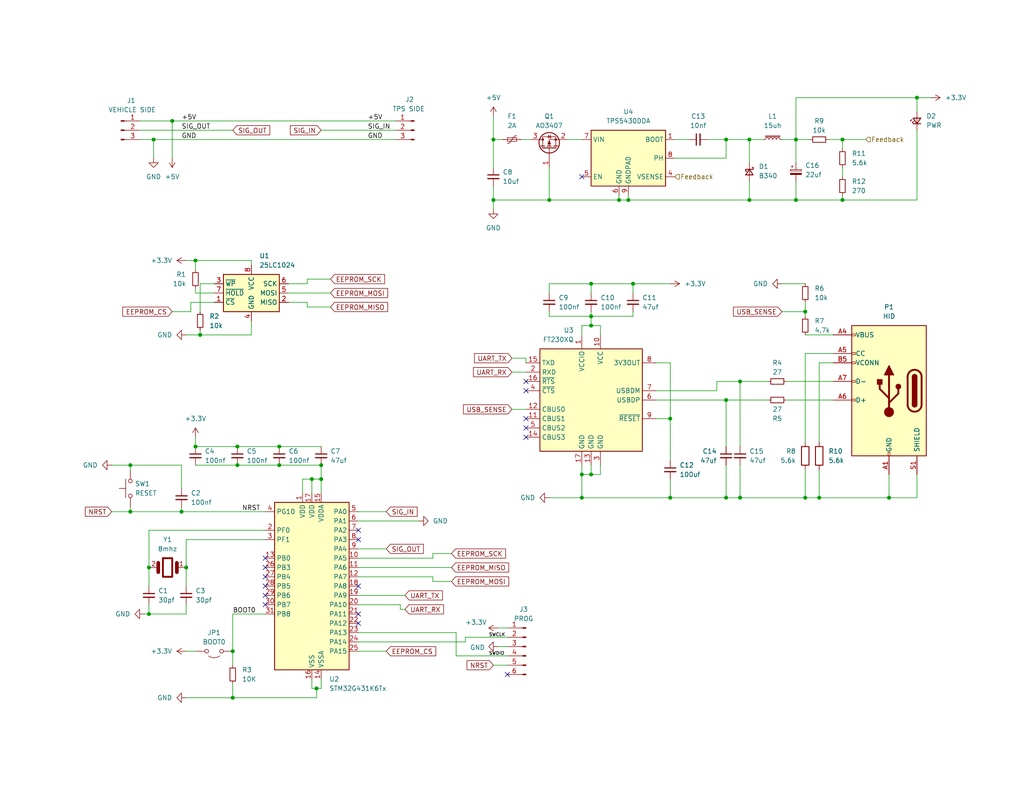
<source format=kicad_sch>
(kicad_sch (version 20231120) (generator "eeschema") (generator_version "8.0")
  (paper "USLetter")
  (title_block (title "Cable TPS Calibration System") (date "2025-05-29") (rev "R00") (company "R.U.I"))
  (lib_symbols
    (symbol "Connector:Conn_01x03_Pin" (pin_names (offset 1.016) hide)
      (property "Reference" "J" (at 0 5.08 0))
      (property "Value" "Conn_01x03_Pin" (at 0 -5.08 0))
      (symbol "Conn_01x03_Pin_1_1"
        (pin passive line (at 5.08 2.54 180) (length 3.81) (name "Pin_1") (number "1"))
        (pin passive line (at 5.08 0 180) (length 3.81) (name "Pin_2") (number "2"))
        (pin passive line (at 5.08 -2.54 180) (length 3.81) (name "Pin_3") (number "3"))
      )
    )
    (symbol "Connector:Conn_01x06_Pin" (pin_names (offset 1.016) hide)
      (property "Reference" "J" (at 0 7.62 0))
      (property "Value" "Conn_01x06_Pin" (at 0 -10.16 0))
      (symbol "Conn_01x06_Pin_1_1"
        (pin passive line (at 5.08 5.08 180) (length 3.81) (name "Pin_1") (number "1"))
        (pin passive line (at 5.08 2.54 180) (length 3.81) (name "Pin_2") (number "2"))
        (pin passive line (at 5.08 0 180) (length 3.81) (name "Pin_3") (number "3"))
        (pin passive line (at 5.08 -2.54 180) (length 3.81) (name "Pin_4") (number "4"))
        (pin passive line (at 5.08 -5.08 180) (length 3.81) (name "Pin_5") (number "5"))
        (pin passive line (at 5.08 -7.62 180) (length 3.81) (name "Pin_6") (number "6"))
      )
    )
    (symbol "Connector:USB_C_Plug_USB2.0" (pin_names (offset 1.016))
      (property "Reference" "P" (at -10.16 19.05 0))
      (property "Value" "USB_C_Plug_USB2.0" (at 12.7 19.05 0))
      (symbol "USB_C_Plug_USB2.0_1_1"
        (pin passive line (at 0 -22.86 90) (length 5.08) (name "GND") (number "A1"))
        (pin passive line (at 0 -22.86 90) (length 5.08) hide (name "GND") (number "A12"))
        (pin passive line (at 15.24 15.24 180) (length 5.08) (name "VBUS") (number "A4"))
        (pin bidirectional line (at 15.24 10.16 180) (length 5.08) (name "CC") (number "A5"))
        (pin bidirectional line (at 15.24 -2.54 180) (length 5.08) (name "D+") (number "A6"))
        (pin bidirectional line (at 15.24 2.54 180) (length 5.08) (name "D-") (number "A7"))
        (pin passive line (at 15.24 15.24 180) (length 5.08) hide (name "VBUS") (number "A9"))
        (pin passive line (at 0 -22.86 90) (length 5.08) hide (name "GND") (number "B1"))
        (pin passive line (at 0 -22.86 90) (length 5.08) hide (name "GND") (number "B12"))
        (pin passive line (at 15.24 15.24 180) (length 5.08) hide (name "VBUS") (number "B4"))
        (pin bidirectional line (at 15.24 7.62 180) (length 5.08) (name "VCONN") (number "B5"))
        (pin passive line (at 15.24 15.24 180) (length 5.08) hide (name "VBUS") (number "B9"))
        (pin passive line (at -7.62 -22.86 90) (length 5.08) (name "SHIELD") (number "S1"))
      )
    )
    (symbol "Device:C_Polarized_Small" (pin_numbers hide) (pin_names (offset 0.254) hide)
      (property "Reference" "C" (at 0.254 1.778 0))
      (property "Value" "C_Polarized_Small" (at 0.254 -2.032 0))
      (symbol "C_Polarized_Small_1_1"
        (pin passive line (at 0 2.54 270) (length 1.8542) (name "~") (number "1"))
        (pin passive line (at 0 -2.54 90) (length 1.8542) (name "~") (number "2"))
      )
    )
    (symbol "Device:C_Small" (pin_numbers hide) (pin_names (offset 0.254) hide)
      (property "Reference" "C" (at 0.254 1.778 0))
      (property "Value" "C_Small" (at 0.254 -2.032 0))
      (symbol "C_Small_1_1"
        (pin passive line (at 0 2.54 270) (length 2.032) (name "~") (number "1"))
        (pin passive line (at 0 -2.54 90) (length 2.032) (name "~") (number "2"))
      )
    )
    (symbol "Device:D_Schottky_Small" (pin_numbers hide) (pin_names (offset 0.254) hide)
      (property "Reference" "D" (at -1.27 2.032 0))
      (property "Value" "D_Schottky_Small" (at -7.112 -2.032 0))
      (symbol "D_Schottky_Small_1_1"
        (pin passive line (at -2.54 0 0) (length 1.778) (name "K") (number "1"))
        (pin passive line (at 2.54 0 180) (length 1.778) (name "A") (number "2"))
      )
    )
    (symbol "Device:LED_Small" (pin_numbers hide) (pin_names (offset 0.254) hide)
      (property "Reference" "D" (at -1.27 3.175 0))
      (property "Value" "LED_Small" (at -4.445 -2.54 0))
      (symbol "LED_Small_1_1"
        (pin passive line (at -2.54 0 0) (length 1.778) (name "K") (number "1"))
        (pin passive line (at 2.54 0 180) (length 1.778) (name "A") (number "2"))
      )
    )
    (symbol "Device:L_Iron_Small" (pin_numbers hide) (pin_names (offset 0.254) hide)
      (property "Reference" "L" (at 1.27 1.016 0))
      (property "Value" "L_Iron_Small" (at 1.27 -1.27 0))
      (symbol "L_Iron_Small_1_1"
        (pin passive line (at 0 2.54 270) (length 0.508) (name "~") (number "1"))
        (pin passive line (at 0 -2.54 90) (length 0.508) (name "~") (number "2"))
      )
    )
    (symbol "Device:Polyfuse_Small" (pin_numbers hide) (pin_names (offset 0))
      (property "Reference" "F" (at -1.905 0 90))
      (property "Value" "Polyfuse_Small" (at 1.905 0 90))
      (symbol "Polyfuse_Small_1_1"
        (pin passive line (at 0 2.54 270) (length 0.635) (name "~") (number "1"))
        (pin passive line (at 0 -2.54 90) (length 0.635) (name "~") (number "2"))
      )
    )
    (symbol "Device:R" (pin_numbers hide) (pin_names (offset 0))
      (property "Reference" "R" (at 2.032 0 90))
      (property "Value" "R" (at 0 0 90))
      (symbol "R_1_1"
        (pin passive line (at 0 3.81 270) (length 1.27) (name "~") (number "1"))
        (pin passive line (at 0 -3.81 90) (length 1.27) (name "~") (number "2"))
      )
    )
    (symbol "Device:R_Small" (pin_numbers hide) (pin_names (offset 0.254) hide)
      (property "Reference" "R" (at 0.762 0.508 0))
      (property "Value" "R_Small" (at 0.762 -1.016 0))
      (symbol "R_Small_1_1"
        (pin passive line (at 0 2.54 270) (length 0.762) (name "~") (number "1"))
        (pin passive line (at 0 -2.54 90) (length 0.762) (name "~") (number "2"))
      )
    )
    (symbol "Interface_USB:FT230XQ"
      (property "Reference" "U" (at -13.97 15.24 0))
      (property "Value" "FT230XQ" (at 7.62 15.24 0))
      (symbol "FT230XQ_1_1"
        (pin power_in line (at 2.54 17.78 270) (length 3.81) (name "VCCIO") (number "1"))
        (pin power_in line (at -2.54 17.78 270) (length 3.81) (name "VCC") (number "10"))
        (pin bidirectional line (at 17.78 -5.08 180) (length 3.81) (name "CBUS1") (number "11"))
        (pin bidirectional line (at 17.78 -2.54 180) (length 3.81) (name "CBUS0") (number "12"))
        (pin power_in line (at 0 -17.78 90) (length 3.81) (name "GND") (number "13"))
        (pin bidirectional line (at 17.78 -10.16 180) (length 3.81) (name "CBUS3") (number "14"))
        (pin output line (at 17.78 10.16 180) (length 3.81) (name "TXD") (number "15"))
        (pin output line (at 17.78 5.08 180) (length 3.81) (name "~{RTS}") (number "16"))
        (pin power_in line (at 2.54 -17.78 90) (length 3.81) (name "GND") (number "17"))
        (pin input line (at 17.78 7.62 180) (length 3.81) (name "RXD") (number "2"))
        (pin power_in line (at -2.54 -17.78 90) (length 3.81) (name "GND") (number "3"))
        (pin input line (at 17.78 2.54 180) (length 3.81) (name "~{CTS}") (number "4"))
        (pin bidirectional line (at 17.78 -7.62 180) (length 3.81) (name "CBUS2") (number "5"))
        (pin bidirectional line (at -17.78 0 0) (length 3.81) (name "USBDP") (number "6"))
        (pin bidirectional line (at -17.78 2.54 0) (length 3.81) (name "USBDM") (number "7"))
        (pin power_out line (at -17.78 10.16 0) (length 3.81) (name "3V3OUT") (number "8"))
        (pin input line (at -17.78 -5.08 0) (length 3.81) (name "~{RESET}") (number "9"))
      )
    )
    (symbol "Jumper:Jumper_2_Open" (pin_numbers hide) (pin_names (offset 0) hide) (exclude_from_sim yes)
      (property "Reference" "JP" (at 0 2.794 0))
      (property "Value" "Jumper_2_Open" (at 0 -2.286 0))
      (symbol "Jumper_2_Open_1_1"
        (pin passive line (at -5.08 0 0) (length 2.54) (name "A") (number "1"))
        (pin passive line (at 5.08 0 180) (length 2.54) (name "B") (number "2"))
      )
    )
    (symbol "MCU_ST_STM32G4:STM32G431K6Tx"
      (property "Reference" "U" (at -10.16 24.13 0))
      (property "Value" "STM32G431K6Tx" (at 5.08 24.13 0))
      (symbol "STM32G431K6Tx_1_1"
        (pin power_in line (at -2.54 25.4 270) (length 2.54) (name "VDD") (number "1"))
        (pin bidirectional line (at 12.7 7.62 180) (length 2.54) (name "PA5") (number "10"))
        (pin bidirectional line (at 12.7 5.08 180) (length 2.54) (name "PA6") (number "11"))
        (pin bidirectional line (at 12.7 2.54 180) (length 2.54) (name "PA7") (number "12"))
        (pin bidirectional line (at -12.7 7.62 0) (length 2.54) (name "PB0") (number "13"))
        (pin power_in line (at 2.54 -25.4 90) (length 2.54) (name "VSSA") (number "14"))
        (pin power_in line (at 2.54 25.4 270) (length 2.54) (name "VDDA") (number "15"))
        (pin power_in line (at 0 -25.4 90) (length 2.54) (name "VSS") (number "16"))
        (pin power_in line (at 0 25.4 270) (length 2.54) (name "VDD") (number "17"))
        (pin bidirectional line (at 12.7 0 180) (length 2.54) (name "PA8") (number "18"))
        (pin bidirectional line (at 12.7 -2.54 180) (length 2.54) (name "PA9") (number "19"))
        (pin bidirectional line (at -12.7 15.24 0) (length 2.54) (name "PF0") (number "2"))
        (pin bidirectional line (at 12.7 -5.08 180) (length 2.54) (name "PA10") (number "20"))
        (pin bidirectional line (at 12.7 -7.62 180) (length 2.54) (name "PA11") (number "21"))
        (pin bidirectional line (at 12.7 -10.16 180) (length 2.54) (name "PA12") (number "22"))
        (pin bidirectional line (at 12.7 -12.7 180) (length 2.54) (name "PA13") (number "23"))
        (pin bidirectional line (at 12.7 -15.24 180) (length 2.54) (name "PA14") (number "24"))
        (pin bidirectional line (at 12.7 -17.78 180) (length 2.54) (name "PA15") (number "25"))
        (pin bidirectional line (at -12.7 5.08 0) (length 2.54) (name "PB3") (number "26"))
        (pin bidirectional line (at -12.7 2.54 0) (length 2.54) (name "PB4") (number "27"))
        (pin bidirectional line (at -12.7 0 0) (length 2.54) (name "PB5") (number "28"))
        (pin bidirectional line (at -12.7 -2.54 0) (length 2.54) (name "PB6") (number "29"))
        (pin bidirectional line (at -12.7 12.7 0) (length 2.54) (name "PF1") (number "3"))
        (pin bidirectional line (at -12.7 -5.08 0) (length 2.54) (name "PB7") (number "30"))
        (pin bidirectional line (at -12.7 -7.62 0) (length 2.54) (name "PB8") (number "31"))
        (pin passive line (at 0 -25.4 90) (length 2.54) hide (name "VSS") (number "32"))
        (pin bidirectional line (at -12.7 20.32 0) (length 2.54) (name "PG10") (number "4"))
        (pin bidirectional line (at 12.7 20.32 180) (length 2.54) (name "PA0") (number "5"))
        (pin bidirectional line (at 12.7 17.78 180) (length 2.54) (name "PA1") (number "6"))
        (pin bidirectional line (at 12.7 15.24 180) (length 2.54) (name "PA2") (number "7"))
        (pin bidirectional line (at 12.7 12.7 180) (length 2.54) (name "PA3") (number "8"))
        (pin bidirectional line (at 12.7 10.16 180) (length 2.54) (name "PA4") (number "9"))
      )
    )
    (symbol "Memory_EEPROM:25LCxxx"
      (property "Reference" "U" (at -7.62 6.35 0))
      (property "Value" "25LCxxx" (at 2.54 -6.35 0))
      (symbol "25LCxxx_1_1"
        (pin input line (at -10.16 -2.54 0) (length 2.54) (name "~{CS}") (number "1"))
        (pin tri_state line (at 10.16 -2.54 180) (length 2.54) (name "MISO") (number "2"))
        (pin input line (at -10.16 2.54 0) (length 2.54) (name "~{WP}") (number "3"))
        (pin power_in line (at 0 -7.62 90) (length 2.54) (name "GND") (number "4"))
        (pin input line (at 10.16 0 180) (length 2.54) (name "MOSI") (number "5"))
        (pin input line (at 10.16 2.54 180) (length 2.54) (name "SCK") (number "6"))
        (pin input line (at -10.16 0 0) (length 2.54) (name "~{HOLD}") (number "7"))
        (pin power_in line (at 0 7.62 270) (length 2.54) (name "VCC") (number "8"))
      )
    )
    (symbol "PCM_SL_Devices:Crystal_8MHz"
      (property "Reference" "Y" (at 0 7.62 0))
      (property "Value" "Crystal_8MHz" (at 0 5.08 0))
      (symbol "Crystal_8MHz_1_1"
        (pin passive line (at -5.08 0 0) (length 2.54) (name "") (number "1"))
        (pin passive line (at 5.08 0 180) (length 2.54) (name "") (number "2"))
      )
    )
    (symbol "Regulator_Switching:TPS5430DDA"
      (property "Reference" "U" (at -10.16 8.89 0))
      (property "Value" "TPS5430DDA" (at -1.27 8.89 0))
      (symbol "TPS5430DDA_1_1"
        (pin input line (at 12.7 5.08 180) (length 2.54) (name "BOOT") (number "1"))
        (pin no_connect line (at -10.16 2.54 0) (length 2.54) hide (name "NC") (number "2"))
        (pin no_connect line (at -10.16 -2.54 0) (length 2.54) hide (name "NC") (number "3"))
        (pin input line (at 12.7 -5.08 180) (length 2.54) (name "VSENSE") (number "4"))
        (pin input line (at -12.7 -5.08 0) (length 2.54) (name "EN") (number "5"))
        (pin power_in line (at -2.54 -10.16 90) (length 2.54) (name "GND") (number "6"))
        (pin power_in line (at -12.7 5.08 0) (length 2.54) (name "VIN") (number "7"))
        (pin output line (at 12.7 0 180) (length 2.54) (name "PH") (number "8"))
        (pin power_in line (at 0 -10.16 90) (length 2.54) (name "GNDPAD") (number "9"))
      )
    )
    (symbol "Switch:SW_Push" (pin_numbers hide) (pin_names (offset 1.016) hide)
      (property "Reference" "SW" (at 1.27 2.54 0))
      (property "Value" "SW_Push" (at 0 -1.524 0))
      (symbol "SW_Push_0_1"
        (pin passive line (at -5.08 0 0) (length 2.54) (name "1") (number "1"))
        (pin passive line (at 5.08 0 180) (length 2.54) (name "2") (number "2"))
      )
    )
    (symbol "Transistor_FET:AO3401A" (pin_names hide)
      (property "Reference" "Q" (at 5.08 1.905 0))
      (property "Value" "AO3401A" (at 5.08 0 0))
      (symbol "AO3401A_1_1"
        (pin input line (at -5.08 0 0) (length 2.54) (name "G") (number "1"))
        (pin passive line (at 2.54 -5.08 90) (length 2.54) (name "S") (number "2"))
        (pin passive line (at 2.54 5.08 270) (length 2.54) (name "D") (number "3"))
      )
    )
    (symbol "power:+3.3V" (power) (pin_numbers hide) (pin_names (offset 0) hide)
      (property "Value" "+3.3V" (at 0 3.556 0))
      (symbol "+3.3V_1_1"
        (pin power_in line (at 0 0 90) (length 0) (name "~") (number "1"))
      )
    )
    (symbol "power:+5V" (power) (pin_numbers hide) (pin_names (offset 0) hide)
      (property "Value" "+5V" (at 0 3.556 0))
      (symbol "+5V_1_1"
        (pin power_in line (at 0 0 90) (length 0) (name "~") (number "1"))
      )
    )
    (symbol "power:GND" (power) (pin_numbers hide) (pin_names (offset 0) hide)
      (property "Value" "GND" (at 0 -3.81 0))
      (symbol "GND_1_1"
        (pin power_in line (at 0 0 270) (length 0) (name "~") (number "1"))
      )
    )
  )
  (junction (at 250.19 26.67))
  (junction (at 40.64 167.64))
  (junction (at 87.63 130.81))
  (junction (at 204.47 54.61))
  (junction (at 85.09 130.81))
  (junction (at 229.87 54.61))
  (junction (at 158.75 135.89))
  (junction (at 149.86 54.61))
  (junction (at 64.77 121.92))
  (junction (at 201.93 135.89))
  (junction (at 63.5 177.8))
  (junction (at 161.29 88.9))
  (junction (at 134.62 38.1))
  (junction (at 161.29 129.54))
  (junction (at 76.2 127))
  (junction (at 219.71 135.89))
  (junction (at 46.99 33.02))
  (junction (at 198.12 109.22))
  (junction (at 223.52 135.89))
  (junction (at 198.12 38.1))
  (junction (at 53.34 71.12))
  (junction (at 64.77 127))
  (junction (at 35.56 127))
  (junction (at 35.56 139.7))
  (junction (at 158.75 129.54))
  (junction (at 53.34 121.92))
  (junction (at 161.29 77.47))
  (junction (at 229.87 38.1))
  (junction (at 87.63 127))
  (junction (at 217.17 54.61))
  (junction (at 198.12 135.89))
  (junction (at 49.53 139.7))
  (junction (at 86.36 187.96))
  (junction (at 182.88 135.89))
  (junction (at 168.91 54.61))
  (junction (at 217.17 38.1))
  (junction (at 41.91 38.1))
  (junction (at 161.29 86.36))
  (junction (at 76.2 121.92))
  (junction (at 134.62 54.61))
  (junction (at 242.57 135.89))
  (junction (at 54.61 91.44))
  (junction (at 201.93 104.14))
  (junction (at 204.47 38.1))
  (junction (at 171.45 54.61))
  (junction (at 172.72 77.47))
  (junction (at 182.88 114.3))
  (junction (at 50.8 154.94))
  (junction (at 63.5 190.5))
  (junction (at 40.64 154.94))
  (junction (at 219.71 85.09))
  (no_connect (at 97.79 160.02))
  (no_connect (at 97.79 144.78))
  (no_connect (at 72.39 157.48))
  (no_connect (at 138.43 184.15))
  (no_connect (at 72.39 162.56))
  (no_connect (at 97.79 147.32))
  (no_connect (at 143.51 106.68))
  (no_connect (at 143.51 104.14))
  (no_connect (at 72.39 152.4))
  (no_connect (at 72.39 160.02))
  (no_connect (at 72.39 165.1))
  (no_connect (at 158.75 48.26))
  (no_connect (at 143.51 119.38))
  (no_connect (at 97.79 167.64))
  (no_connect (at 143.51 114.3))
  (no_connect (at 72.39 154.94))
  (no_connect (at 143.51 116.84))
  (no_connect (at 97.79 170.18))
  (wire (pts (xy 158.75 127) (xy 158.75 129.54)))
  (wire (pts (xy 52.07 82.55) (xy 58.42 82.55)))
  (wire (pts (xy 109.22 166.37) (xy 109.22 165.1)))
  (wire (pts (xy 134.62 31.75) (xy 134.62 38.1)))
  (wire (pts (xy 50.8 147.32) (xy 50.8 154.94)))
  (wire (pts (xy 50.8 165.1) (xy 50.8 167.64)))
  (wire (pts (xy 201.93 135.89) (xy 219.71 135.89)))
  (wire (pts (xy 195.58 104.14) (xy 201.93 104.14)))
  (wire (pts (xy 63.5 167.64) (xy 63.5 177.8)))
  (wire (pts (xy 54.61 77.47) (xy 54.61 85.09)))
  (wire (pts (xy 250.19 129.54) (xy 250.19 135.89)))
  (wire (pts (xy 201.93 104.14) (xy 201.93 121.92)))
  (wire (pts (xy 58.42 80.01) (xy 53.34 80.01)))
  (wire (pts (xy 217.17 38.1) (xy 217.17 26.67)))
  (wire (pts (xy 38.1 33.02) (xy 46.99 33.02)))
  (wire (pts (xy 149.86 54.61) (xy 134.62 54.61)))
  (wire (pts (xy 83.82 77.47) (xy 78.74 77.47)))
  (wire (pts (xy 223.52 99.06) (xy 223.52 120.65)))
  (wire (pts (xy 161.29 86.36) (xy 172.72 86.36)))
  (wire (pts (xy 40.64 144.78) (xy 72.39 144.78)))
  (wire (pts (xy 163.83 127) (xy 163.83 129.54)))
  (wire (pts (xy 139.7 111.76) (xy 143.51 111.76)))
  (wire (pts (xy 118.11 157.48) (xy 118.11 158.75)))
  (wire (pts (xy 242.57 135.89) (xy 250.19 135.89)))
  (wire (pts (xy 53.34 121.92) (xy 64.77 121.92)))
  (wire (pts (xy 134.62 38.1) (xy 134.62 45.72)))
  (wire (pts (xy 97.79 172.72) (xy 124.46 172.72)))
  (wire (pts (xy 198.12 135.89) (xy 201.93 135.89)))
  (wire (pts (xy 97.79 162.56) (xy 110.49 162.56)))
  (wire (pts (xy 63.5 186.69) (xy 63.5 190.5)))
  (wire (pts (xy 198.12 38.1) (xy 204.47 38.1)))
  (wire (pts (xy 229.87 38.1) (xy 229.87 40.64)))
  (wire (pts (xy 217.17 26.67) (xy 250.19 26.67)))
  (wire (pts (xy 127 175.26) (xy 127 173.99)))
  (wire (pts (xy 209.55 104.14) (xy 201.93 104.14)))
  (wire (pts (xy 201.93 127) (xy 201.93 135.89)))
  (wire (pts (xy 90.17 83.82) (xy 83.82 83.82)))
  (wire (pts (xy 97.79 149.86) (xy 105.41 149.86)))
  (wire (pts (xy 223.52 135.89) (xy 242.57 135.89)))
  (wire (pts (xy 204.47 49.53) (xy 204.47 54.61)))
  (wire (pts (xy 52.07 85.09) (xy 52.07 82.55)))
  (wire (pts (xy 143.51 97.79) (xy 139.7 97.79)))
  (wire (pts (xy 198.12 38.1) (xy 193.04 38.1)))
  (wire (pts (xy 53.34 71.12) (xy 53.34 73.66)))
  (wire (pts (xy 214.63 109.22) (xy 227.33 109.22)))
  (wire (pts (xy 219.71 128.27) (xy 219.71 135.89)))
  (wire (pts (xy 226.06 38.1) (xy 229.87 38.1)))
  (wire (pts (xy 158.75 129.54) (xy 158.75 135.89)))
  (wire (pts (xy 30.48 127) (xy 35.56 127)))
  (wire (pts (xy 109.22 166.37) (xy 110.49 166.37)))
  (wire (pts (xy 135.89 176.53) (xy 138.43 176.53)))
  (wire (pts (xy 223.52 128.27) (xy 223.52 135.89)))
  (wire (pts (xy 68.58 72.39) (xy 68.58 71.12)))
  (wire (pts (xy 149.86 85.09) (xy 149.86 86.36)))
  (wire (pts (xy 219.71 135.89) (xy 223.52 135.89)))
  (wire (pts (xy 142.24 38.1) (xy 144.78 38.1)))
  (wire (pts (xy 50.8 91.44) (xy 54.61 91.44)))
  (wire (pts (xy 182.88 135.89) (xy 198.12 135.89)))
  (wire (pts (xy 163.83 129.54) (xy 161.29 129.54)))
  (wire (pts (xy 63.5 190.5) (xy 86.36 190.5)))
  (wire (pts (xy 143.51 99.06) (xy 143.51 97.79)))
  (wire (pts (xy 179.07 109.22) (xy 198.12 109.22)))
  (wire (pts (xy 64.77 127) (xy 76.2 127)))
  (wire (pts (xy 213.36 38.1) (xy 217.17 38.1)))
  (wire (pts (xy 85.09 130.81) (xy 85.09 134.62)))
  (wire (pts (xy 83.82 82.55) (xy 78.74 82.55)))
  (wire (pts (xy 49.53 139.7) (xy 72.39 139.7)))
  (wire (pts (xy 219.71 82.55) (xy 219.71 85.09)))
  (wire (pts (xy 250.19 26.67) (xy 250.19 30.48)))
  (wire (pts (xy 154.94 38.1) (xy 158.75 38.1)))
  (wire (pts (xy 139.7 101.6) (xy 143.51 101.6)))
  (wire (pts (xy 68.58 71.12) (xy 53.34 71.12)))
  (wire (pts (xy 161.29 85.09) (xy 161.29 86.36)))
  (wire (pts (xy 227.33 96.52) (xy 219.71 96.52)))
  (wire (pts (xy 50.8 147.32) (xy 72.39 147.32)))
  (wire (pts (xy 158.75 135.89) (xy 182.88 135.89)))
  (wire (pts (xy 229.87 53.34) (xy 229.87 54.61)))
  (wire (pts (xy 219.71 85.09) (xy 219.71 86.36)))
  (wire (pts (xy 163.83 88.9) (xy 163.83 91.44)))
  (wire (pts (xy 124.46 172.72) (xy 124.46 179.07)))
  (wire (pts (xy 40.64 144.78) (xy 40.64 154.94)))
  (wire (pts (xy 118.11 152.4) (xy 118.11 151.13)))
  (wire (pts (xy 40.64 167.64) (xy 40.64 165.1)))
  (wire (pts (xy 227.33 99.06) (xy 223.52 99.06)))
  (wire (pts (xy 161.29 77.47) (xy 161.29 80.01)))
  (wire (pts (xy 53.34 71.12) (xy 50.8 71.12)))
  (wire (pts (xy 58.42 77.47) (xy 54.61 77.47)))
  (wire (pts (xy 171.45 53.34) (xy 171.45 54.61)))
  (wire (pts (xy 161.29 77.47) (xy 172.72 77.47)))
  (wire (pts (xy 204.47 54.61) (xy 171.45 54.61)))
  (wire (pts (xy 82.55 130.81) (xy 82.55 134.62)))
  (wire (pts (xy 172.72 85.09) (xy 172.72 86.36)))
  (wire (pts (xy 76.2 121.92) (xy 87.63 121.92)))
  (wire (pts (xy 204.47 38.1) (xy 204.47 44.45)))
  (wire (pts (xy 195.58 106.68) (xy 179.07 106.68)))
  (wire (pts (xy 184.15 43.18) (xy 198.12 43.18)))
  (wire (pts (xy 217.17 54.61) (xy 204.47 54.61)))
  (wire (pts (xy 168.91 53.34) (xy 168.91 54.61)))
  (wire (pts (xy 38.1 35.56) (xy 63.5 35.56)))
  (wire (pts (xy 87.63 187.96) (xy 86.36 187.96)))
  (wire (pts (xy 250.19 54.61) (xy 229.87 54.61)))
  (wire (pts (xy 86.36 187.96) (xy 85.09 187.96)))
  (wire (pts (xy 179.07 99.06) (xy 182.88 99.06)))
  (wire (pts (xy 87.63 130.81) (xy 85.09 130.81)))
  (wire (pts (xy 149.86 135.89) (xy 158.75 135.89)))
  (wire (pts (xy 97.79 139.7) (xy 105.41 139.7)))
  (wire (pts (xy 83.82 76.2) (xy 83.82 77.47)))
  (wire (pts (xy 50.8 167.64) (xy 40.64 167.64)))
  (wire (pts (xy 134.62 50.8) (xy 134.62 54.61)))
  (wire (pts (xy 118.11 158.75) (xy 123.19 158.75)))
  (wire (pts (xy 149.86 86.36) (xy 161.29 86.36)))
  (wire (pts (xy 50.8 154.94) (xy 50.8 160.02)))
  (wire (pts (xy 161.29 86.36) (xy 161.29 88.9)))
  (wire (pts (xy 35.56 139.7) (xy 49.53 139.7)))
  (wire (pts (xy 86.36 187.96) (xy 86.36 190.5)))
  (wire (pts (xy 41.91 38.1) (xy 107.95 38.1)))
  (wire (pts (xy 161.29 88.9) (xy 163.83 88.9)))
  (wire (pts (xy 168.91 54.61) (xy 149.86 54.61)))
  (wire (pts (xy 53.34 127) (xy 64.77 127)))
  (wire (pts (xy 250.19 26.67) (xy 254 26.67)))
  (wire (pts (xy 179.07 114.3) (xy 182.88 114.3)))
  (wire (pts (xy 54.61 91.44) (xy 68.58 91.44)))
  (wire (pts (xy 204.47 38.1) (xy 208.28 38.1)))
  (wire (pts (xy 219.71 91.44) (xy 227.33 91.44)))
  (wire (pts (xy 87.63 35.56) (xy 107.95 35.56)))
  (wire (pts (xy 134.62 38.1) (xy 137.16 38.1)))
  (wire (pts (xy 149.86 77.47) (xy 149.86 80.01)))
  (wire (pts (xy 54.61 90.17) (xy 54.61 91.44)))
  (wire (pts (xy 97.79 175.26) (xy 127 175.26)))
  (wire (pts (xy 35.56 127) (xy 35.56 128.27)))
  (wire (pts (xy 161.29 77.47) (xy 149.86 77.47)))
  (wire (pts (xy 46.99 85.09) (xy 52.07 85.09)))
  (wire (pts (xy 78.74 80.01) (xy 90.17 80.01)))
  (wire (pts (xy 38.1 38.1) (xy 41.91 38.1)))
  (wire (pts (xy 124.46 179.07) (xy 138.43 179.07)))
  (wire (pts (xy 242.57 129.54) (xy 242.57 135.89)))
  (wire (pts (xy 87.63 130.81) (xy 87.63 134.62)))
  (wire (pts (xy 182.88 114.3) (xy 182.88 125.73)))
  (wire (pts (xy 229.87 45.72) (xy 229.87 48.26)))
  (wire (pts (xy 49.53 133.35) (xy 49.53 127)))
  (wire (pts (xy 97.79 177.8) (xy 105.41 177.8)))
  (wire (pts (xy 213.36 85.09) (xy 219.71 85.09)))
  (wire (pts (xy 49.53 138.43) (xy 49.53 139.7)))
  (wire (pts (xy 198.12 127) (xy 198.12 135.89)))
  (wire (pts (xy 184.15 38.1) (xy 187.96 38.1)))
  (wire (pts (xy 158.75 88.9) (xy 158.75 91.44)))
  (wire (pts (xy 68.58 87.63) (xy 68.58 91.44)))
  (wire (pts (xy 109.22 165.1) (xy 97.79 165.1)))
  (wire (pts (xy 83.82 83.82) (xy 83.82 82.55)))
  (wire (pts (xy 76.2 127) (xy 87.63 127)))
  (wire (pts (xy 127 173.99) (xy 138.43 173.99)))
  (wire (pts (xy 85.09 187.96) (xy 85.09 185.42)))
  (wire (pts (xy 87.63 127) (xy 87.63 130.81)))
  (wire (pts (xy 134.62 181.61) (xy 138.43 181.61)))
  (wire (pts (xy 40.64 154.94) (xy 40.64 160.02)))
  (wire (pts (xy 41.91 38.1) (xy 41.91 43.18)))
  (wire (pts (xy 64.77 121.92) (xy 76.2 121.92)))
  (wire (pts (xy 198.12 109.22) (xy 209.55 109.22)))
  (wire (pts (xy 229.87 54.61) (xy 217.17 54.61)))
  (wire (pts (xy 97.79 142.24) (xy 114.3 142.24)))
  (wire (pts (xy 35.56 138.43) (xy 35.56 139.7)))
  (wire (pts (xy 161.29 127) (xy 161.29 129.54)))
  (wire (pts (xy 250.19 35.56) (xy 250.19 54.61)))
  (wire (pts (xy 50.8 190.5) (xy 63.5 190.5)))
  (wire (pts (xy 213.36 77.47) (xy 219.71 77.47)))
  (wire (pts (xy 219.71 96.52) (xy 219.71 120.65)))
  (wire (pts (xy 39.37 167.64) (xy 40.64 167.64)))
  (wire (pts (xy 214.63 104.14) (xy 227.33 104.14)))
  (wire (pts (xy 97.79 152.4) (xy 118.11 152.4)))
  (wire (pts (xy 161.29 88.9) (xy 158.75 88.9)))
  (wire (pts (xy 149.86 45.72) (xy 149.86 54.61)))
  (wire (pts (xy 63.5 177.8) (xy 63.5 181.61)))
  (wire (pts (xy 198.12 43.18) (xy 198.12 38.1)))
  (wire (pts (xy 134.62 54.61) (xy 134.62 57.15)))
  (wire (pts (xy 217.17 38.1) (xy 217.17 44.45)))
  (wire (pts (xy 35.56 127) (xy 49.53 127)))
  (wire (pts (xy 172.72 77.47) (xy 172.72 80.01)))
  (wire (pts (xy 198.12 109.22) (xy 198.12 121.92)))
  (wire (pts (xy 63.5 167.64) (xy 72.39 167.64)))
  (wire (pts (xy 217.17 49.53) (xy 217.17 54.61)))
  (wire (pts (xy 195.58 104.14) (xy 195.58 106.68)))
  (wire (pts (xy 53.34 119.38) (xy 53.34 121.92)))
  (wire (pts (xy 97.79 154.94) (xy 123.19 154.94)))
  (wire (pts (xy 229.87 38.1) (xy 236.22 38.1)))
  (wire (pts (xy 135.89 171.45) (xy 138.43 171.45)))
  (wire (pts (xy 87.63 185.42) (xy 87.63 187.96)))
  (wire (pts (xy 217.17 38.1) (xy 220.98 38.1)))
  (wire (pts (xy 53.34 78.74) (xy 53.34 80.01)))
  (wire (pts (xy 46.99 33.02) (xy 46.99 43.18)))
  (wire (pts (xy 168.91 54.61) (xy 171.45 54.61)))
  (wire (pts (xy 161.29 129.54) (xy 158.75 129.54)))
  (wire (pts (xy 182.88 99.06) (xy 182.88 114.3)))
  (wire (pts (xy 85.09 130.81) (xy 82.55 130.81)))
  (wire (pts (xy 182.88 77.47) (xy 172.72 77.47)))
  (wire (pts (xy 97.79 157.48) (xy 118.11 157.48)))
  (wire (pts (xy 90.17 76.2) (xy 83.82 76.2)))
  (wire (pts (xy 118.11 151.13) (xy 123.19 151.13)))
  (wire (pts (xy 30.48 139.7) (xy 35.56 139.7)))
  (wire (pts (xy 50.8 177.8) (xy 53.34 177.8)))
  (wire (pts (xy 46.99 33.02) (xy 107.95 33.02)))
  (wire (pts (xy 182.88 130.81) (xy 182.88 135.89)))
  (label "+5V" (at 49.53 33.02 0))
  (label "SIG_IN" (at 100.33 35.56 0))
  (label "SWCLK" (at 133.35 173.99 0) (effects (font (size 0.889 0.889))))
  (label "NRST" (at 66.04 139.7 0))
  (label "SWDIO" (at 133.35 179.07 0) (effects (font (size 0.889 0.889))))
  (label "SIG_OUT" (at 49.53 35.56 0))
  (label "BOOT0" (at 63.5 167.64 0))
  (label "GND" (at 49.53 38.1 0))
  (label "GND" (at 100.33 38.1 0))
  (label "+5V" (at 100.33 33.02 0))
  (global_label "EEPROM_CS" (shape input) (at 105.41 177.8 0) (property "Intersheetrefs" "${INTERSHEET_REFS}" (effects (hide yes))))
  (global_label "UART_RX" (shape input) (at 110.49 166.37 0) (property "Intersheetrefs" "${INTERSHEET_REFS}" (effects (hide yes))))
  (global_label "UART_TX" (shape input) (at 110.49 162.56 0) (property "Intersheetrefs" "${INTERSHEET_REFS}" (effects (hide yes))))
  (global_label "SIG_IN" (shape input) (at 105.41 139.7 0) (property "Intersheetrefs" "${INTERSHEET_REFS}" (effects (hide yes))))
  (global_label "USB_SENSE" (shape input) (at 213.36 85.09 180) (property "Intersheetrefs" "${INTERSHEET_REFS}" (effects (hide yes))))
  (global_label "NRST" (shape input) (at 134.62 181.61 180) (property "Intersheetrefs" "${INTERSHEET_REFS}" (effects (hide yes))))
  (global_label "UART_TX" (shape input) (at 139.7 97.79 180) (property "Intersheetrefs" "${INTERSHEET_REFS}" (effects (hide yes))))
  (global_label "UART_RX" (shape input) (at 139.7 101.6 180) (property "Intersheetrefs" "${INTERSHEET_REFS}" (effects (hide yes))))
  (global_label "EEPROM_SCK" (shape input) (at 90.17 76.2 0) (property "Intersheetrefs" "${INTERSHEET_REFS}" (effects (hide yes))))
  (global_label "EEPROM_MOSI" (shape input) (at 123.19 158.75 0) (property "Intersheetrefs" "${INTERSHEET_REFS}" (effects (hide yes))))
  (global_label "NRST" (shape input) (at 30.48 139.7 180) (property "Intersheetrefs" "${INTERSHEET_REFS}" (effects (hide yes))))
  (global_label "SIG_OUT" (shape input) (at 105.41 149.86 0) (property "Intersheetrefs" "${INTERSHEET_REFS}" (effects (hide yes))))
  (global_label "EEPROM_MISO" (shape input) (at 90.17 83.82 0) (property "Intersheetrefs" "${INTERSHEET_REFS}" (effects (hide yes))))
  (global_label "EEPROM_CS" (shape input) (at 46.99 85.09 180) (property "Intersheetrefs" "${INTERSHEET_REFS}" (effects (hide yes))))
  (global_label "EEPROM_SCK" (shape input) (at 123.19 151.13 0) (property "Intersheetrefs" "${INTERSHEET_REFS}" (effects (hide yes))))
  (global_label "USB_SENSE" (shape input) (at 139.7 111.76 180) (property "Intersheetrefs" "${INTERSHEET_REFS}" (effects (hide yes))))
  (global_label "SIG_IN" (shape input) (at 87.63 35.56 180) (property "Intersheetrefs" "${INTERSHEET_REFS}" (effects (hide yes))))
  (global_label "EEPROM_MISO" (shape input) (at 123.19 154.94 0) (property "Intersheetrefs" "${INTERSHEET_REFS}" (effects (hide yes))))
  (global_label "SIG_OUT" (shape input) (at 63.5 35.56 0) (property "Intersheetrefs" "${INTERSHEET_REFS}" (effects (hide yes))))
  (global_label "EEPROM_MOSI" (shape input) (at 90.17 80.01 0) (property "Intersheetrefs" "${INTERSHEET_REFS}" (effects (hide yes))))
  (hierarchical_label "Feedback" (shape input) (at 236.22 38.1 0))
  (hierarchical_label "Feedback" (shape input) (at 184.15 48.26 0))
  (symbol (lib_id "Device:C_Small") (at 40.64 162.56 0) (unit 1)
    (property "Reference" "C1" (at 43.18 161.2962 0) (effects (justify left)))
    (property "Value" "30pf" (at 43.18 163.8362 0) (effects (justify left)))
    (property "Footprint" "Capacitor_SMD:C_0805_2012Metric_Pad1.18x1.45mm_HandSolder" (effects (hide yes)))
    (property "Description" "Unpolarized capacitor, small symbol" (effects (hide yes)))
  )
  (symbol (lib_id "Device:R_Small") (at 63.5 184.15 0) (unit 1)
    (property "Reference" "R3" (at 66.04 182.8799 0) (effects (justify left)))
    (property "Value" "10K" (at 66.04 185.4199 0) (effects (justify left)))
    (property "Footprint" "Resistor_SMD:R_1206_3216Metric_Pad1.30x1.75mm_HandSolder" (effects (hide yes)))
    (property "Description" "Resistor, small symbol" (effects (hide yes)))
  )
  (symbol (lib_id "Device:R") (at 219.71 124.46 0) (mirror y) (unit 1)
    (property "Reference" "R8" (at 217.17 123.1899 0) (effects (justify left)))
    (property "Value" "5.6k" (at 217.17 125.7299 0) (effects (justify left)))
    (property "Footprint" "Resistor_SMD:R_1206_3216Metric_Pad1.30x1.75mm_HandSolder" (effects (hide yes)))
    (property "Description" "Resistor" (effects (hide yes)))
  )
  (symbol (lib_id "Device:R_Small") (at 229.87 43.18 180) (unit 1)
    (property "Reference" "R11" (at 232.41 41.9099 0) (effects (justify right)))
    (property "Value" "5.6k" (at 232.41 44.4499 0) (effects (justify right)))
    (property "Footprint" "Resistor_SMD:R_1206_3216Metric_Pad1.30x1.75mm_HandSolder" (effects (hide yes)))
    (property "Description" "Resistor, small symbol" (effects (hide yes)))
  )
  (symbol (lib_id "power:GND") (at 30.48 127 270) (unit 1)
    (property "Reference" "#PWR01" (effects (hide yes)))
    (property "Value" "GND" (at 26.67 126.9999 90) (effects (justify right)))
    (property "Description" "Power symbol creates a global label with name \"GND\" , ground" (effects (hide yes)))
  )
  (symbol (lib_id "power:GND") (at 213.36 77.47 270) (unit 1)
    (property "Reference" "#PWR017" (effects (hide yes)))
    (property "Value" "GND" (at 209.55 77.4699 90) (effects (justify right)))
    (property "Description" "Power symbol creates a global label with name \"GND\" , ground" (effects (hide yes)))
  )
  (symbol (lib_id "Transistor_FET:AO3401A") (at 149.86 40.64 90) (unit 1)
    (property "Reference" "Q1" (at 149.86 31.75 90))
    (property "Value" "AO3407" (at 149.86 34.29 90))
    (property "Footprint" "Package_TO_SOT_SMD:SOT-23" (effects (hide yes)))
    (property "Datasheet" "http://www.aosmd.com/pdfs/datasheet/AO3401A.pdf" (effects (hide yes)))
    (property "Description" "-4.0A Id, -30V Vds, P-Channel MOSFET, SOT-23" (effects (hide yes)))
  )
  (symbol (lib_id "Device:C_Small") (at 134.62 48.26 0) (unit 1)
    (property "Reference" "C8" (at 137.16 46.9962 0) (effects (justify left)))
    (property "Value" "10uf" (at 137.16 49.5362 0) (effects (justify left)))
    (property "Footprint" "Capacitor_SMD:C_0805_2012Metric_Pad1.18x1.45mm_HandSolder" (effects (hide yes)))
    (property "Description" "Unpolarized capacitor, small symbol" (effects (hide yes)))
  )
  (symbol (lib_id "power:+5V") (at 134.62 31.75 0) (unit 1)
    (property "Reference" "#PWR011" (effects (hide yes)))
    (property "Value" "+5V" (at 134.62 26.67 0))
    (property "Description" "Power symbol creates a global label with name \"+5V\"" (effects (hide yes)))
  )
  (symbol (lib_id "Memory_EEPROM:25LCxxx") (at 68.58 80.01 0) (unit 1)
    (property "Reference" "U1" (at 70.7741 69.85 0) (effects (justify left)))
    (property "Value" "25LC1024" (at 70.7741 72.39 0) (effects (justify left)))
    (property "Footprint" "Package_DIP:DIP-8_W7.62mm_Socket" (effects (hide yes)))
    (property "Datasheet" "http://ww1.microchip.com/downloads/en/DeviceDoc/21832H.pdf" (effects (hide yes)))
    (property "Description" "SPI Serial EEPROM, DIP-8/SOIC-8/TSSOP-8" (effects (hide yes)))
  )
  (symbol (lib_id "Regulator_Switching:TPS5430DDA") (at 171.45 43.18 0) (unit 1)
    (property "Reference" "U4" (at 171.45 30.48 0))
    (property "Value" "TPS5430DDA" (at 171.45 33.02 0))
    (property "Footprint" "Package_SO:TI_SO-PowerPAD-8_ThermalVias" (effects (hide yes)))
    (property "Datasheet" "http://www.ti.com/lit/ds/symlink/tps5430.pdf" (effects (hide yes)))
    (property "Description" "3A, Step Down Swift Converter, Adjustable Output Voltage, 5.5-36V Input Voltage, PowerSO-8" (effects (hide yes)))
  )
  (symbol (lib_id "power:+3.3V") (at 50.8 71.12 90) (unit 1)
    (property "Reference" "#PWR05" (effects (hide yes)))
    (property "Value" "+3.3V" (at 46.99 71.1199 90) (effects (justify left)))
    (property "Description" "Power symbol creates a global label with name \"+3.3V\"" (effects (hide yes)))
  )
  (symbol (lib_id "power:+3.3V") (at 182.88 77.47 270) (unit 1)
    (property "Reference" "#PWR016" (effects (hide yes)))
    (property "Value" "+3.3V" (at 186.69 77.4699 90) (effects (justify left)))
    (property "Description" "Power symbol creates a global label with name \"+3.3V\"" (effects (hide yes)))
  )
  (symbol (lib_id "Device:C_Small") (at 64.77 124.46 0) (unit 1)
    (property "Reference" "C5" (at 67.31 123.1962 0) (effects (justify left)))
    (property "Value" "100nf" (at 67.31 125.7362 0) (effects (justify left)))
    (property "Footprint" "Capacitor_SMD:C_0805_2012Metric_Pad1.18x1.45mm_HandSolder" (effects (hide yes)))
    (property "Description" "Unpolarized capacitor, small symbol" (effects (hide yes)))
  )
  (symbol (lib_id "Device:R_Small") (at 223.52 38.1 90) (unit 1)
    (property "Reference" "R9" (at 223.52 33.02 90))
    (property "Value" "10k" (at 223.52 35.56 90))
    (property "Footprint" "Resistor_SMD:R_1206_3216Metric_Pad1.30x1.75mm_HandSolder" (effects (hide yes)))
    (property "Description" "Resistor, small symbol" (effects (hide yes)))
  )
  (symbol (lib_id "power:+3.3V") (at 53.34 119.38 0) (unit 1)
    (property "Reference" "#PWR09" (effects (hide yes)))
    (property "Value" "+3.3V" (at 53.34 114.3 0))
    (property "Description" "Power symbol creates a global label with name \"+3.3V\"" (effects (hide yes)))
  )
  (symbol (lib_id "Switch:SW_Push") (at 35.56 133.35 90) (unit 1)
    (property "Reference" "SW1" (at 36.83 132.0799 90) (effects (justify right)))
    (property "Value" "RESET" (at 36.83 134.6199 90) (effects (justify right)))
    (property "Footprint" "Button_Switch_SMD:SW_SPST_B3S-1000" (effects (hide yes)))
    (property "Description" "Push button switch, generic, two pins" (effects (hide yes)))
  )
  (symbol (lib_id "Device:R_Small") (at 54.61 87.63 0) (unit 1)
    (property "Reference" "R2" (at 57.15 86.3599 0) (effects (justify left)))
    (property "Value" "10k" (at 57.15 88.8999 0) (effects (justify left)))
    (property "Footprint" "Resistor_SMD:R_1206_3216Metric_Pad1.30x1.75mm_HandSolder" (effects (hide yes)))
    (property "Description" "Resistor, small symbol" (effects (hide yes)))
  )
  (symbol (lib_id "Device:C_Small") (at 87.63 124.46 0) (unit 1)
    (property "Reference" "C7" (at 90.17 123.1962 0) (effects (justify left)))
    (property "Value" "47uf" (at 90.17 125.7362 0) (effects (justify left)))
    (property "Footprint" "Capacitor_SMD:C_0805_2012Metric_Pad1.18x1.45mm_HandSolder" (effects (hide yes)))
    (property "Description" "Unpolarized capacitor, small symbol" (effects (hide yes)))
  )
  (symbol (lib_id "PCM_SL_Devices:Crystal_8MHz") (at 45.72 154.94 180) (unit 1)
    (property "Reference" "Y1" (at 45.72 147.32 0))
    (property "Value" "8mhz" (at 45.72 149.86 0))
    (property "Footprint" "Crystal:Crystal_HC49-4H_Vertical" (effects (hide yes)))
    (property "Description" "8Mz Crystal" (effects (hide yes)))
  )
  (symbol (lib_id "Device:R_Small") (at 219.71 88.9 0) (unit 1)
    (property "Reference" "R7" (at 222.25 87.6299 0) (effects (justify left)))
    (property "Value" "4.7k" (at 222.25 90.1699 0) (effects (justify left)))
    (property "Footprint" "Resistor_SMD:R_1206_3216Metric_Pad1.30x1.75mm_HandSolder" (effects (hide yes)))
    (property "Description" "Resistor, small symbol" (effects (hide yes)))
  )
  (symbol (lib_id "Connector:Conn_01x06_Pin") (at 143.51 176.53 0) (mirror y) (unit 1)
    (property "Reference" "J3" (at 142.875 166.37 0))
    (property "Value" "PROG" (at 142.875 168.91 0))
    (property "Footprint" "Connector_PinHeader_2.54mm:PinHeader_1x06_P2.54mm_Vertical" (effects (hide yes)))
    (property "Description" "Generic connector, single row, 01x06, script generated" (effects (hide yes)))
  )
  (symbol (lib_id "Device:C_Small") (at 76.2 124.46 0) (unit 1)
    (property "Reference" "C6" (at 78.74 123.1962 0) (effects (justify left)))
    (property "Value" "100nf" (at 78.74 125.7362 0) (effects (justify left)))
    (property "Footprint" "Capacitor_SMD:C_0805_2012Metric_Pad1.18x1.45mm_HandSolder" (effects (hide yes)))
    (property "Description" "Unpolarized capacitor, small symbol" (effects (hide yes)))
  )
  (symbol (lib_id "Connector:USB_C_Plug_USB2.0") (at 242.57 106.68 0) (mirror y) (unit 1)
    (property "Reference" "P1" (at 242.57 83.82 0))
    (property "Value" "HID" (at 242.57 86.36 0))
    (property "Footprint" "Connector_USB:USB_C_Receptacle_Molex_105450-0101" (effects (hide yes)))
    (property "Datasheet" "https://www.usb.org/sites/default/files/documents/usb_type-c.zip" (effects (hide yes)))
    (property "Description" "USB 2.0-only Type-C Plug connector" (effects (hide yes)))
  )
  (symbol (lib_id "power:GND") (at 135.89 176.53 270) (unit 1)
    (property "Reference" "#PWR014" (effects (hide yes)))
    (property "Value" "GND" (at 132.334 176.784 90) (effects (justify right)))
    (property "Description" "Power symbol creates a global label with name \"GND\" , ground" (effects (hide yes)))
  )
  (symbol (lib_id "Interface_USB:FT230XQ") (at 161.29 109.22 0) (mirror y) (unit 1)
    (property "Reference" "U3" (at 156.5559 90.17 0) (effects (justify left)))
    (property "Value" "FT230XQ" (at 156.5559 92.71 0) (effects (justify left)))
    (property "Footprint" "Package_DFN_QFN:QFN-16-1EP_4x4mm_P0.65mm_EP2.1x2.1mm" (effects (hide yes)))
    (property "Datasheet" "https://www.ftdichip.com/Support/Documents/DataSheets/ICs/DS_FT230X.pdf" (effects (hide yes)))
    (property "Description" "Full Speed USB to Basic UART, QFN-16" (effects (hide yes)))
  )
  (symbol (lib_id "Device:R_Small") (at 53.34 76.2 0) (unit 1)
    (property "Reference" "R1" (at 50.8 74.9299 0) (effects (justify right)))
    (property "Value" "10k" (at 50.8 77.4699 0) (effects (justify right)))
    (property "Footprint" "Resistor_SMD:R_1206_3216Metric_Pad1.30x1.75mm_HandSolder" (effects (hide yes)))
    (property "Description" "Resistor, small symbol" (effects (hide yes)))
  )
  (symbol (lib_id "Device:C_Small") (at 198.12 124.46 0) (mirror y) (unit 1)
    (property "Reference" "C14" (at 195.58 123.1962 0) (effects (justify left)))
    (property "Value" "47uf" (at 195.58 125.7362 0) (effects (justify left)))
    (property "Footprint" "Capacitor_SMD:C_0805_2012Metric_Pad1.18x1.45mm_HandSolder" (effects (hide yes)))
    (property "Description" "Unpolarized capacitor, small symbol" (effects (hide yes)))
  )
  (symbol (lib_id "Device:R_Small") (at 212.09 104.14 90) (unit 1)
    (property "Reference" "R4" (at 212.09 99.06 90))
    (property "Value" "27" (at 212.09 101.6 90))
    (property "Footprint" "Resistor_SMD:R_1206_3216Metric_Pad1.30x1.75mm_HandSolder" (effects (hide yes)))
    (property "Description" "Resistor, small symbol" (effects (hide yes)))
  )
  (symbol (lib_id "Device:R_Small") (at 219.71 80.01 0) (unit 1)
    (property "Reference" "R6" (at 222.25 78.7399 0) (effects (justify left)))
    (property "Value" "10k" (at 222.25 81.2799 0) (effects (justify left)))
    (property "Footprint" "Resistor_SMD:R_1206_3216Metric_Pad1.30x1.75mm_HandSolder" (effects (hide yes)))
    (property "Description" "Resistor, small symbol" (effects (hide yes)))
  )
  (symbol (lib_id "Device:C_Small") (at 182.88 128.27 0) (unit 1)
    (property "Reference" "C12" (at 185.42 127.0062 0) (effects (justify left)))
    (property "Value" "100uf" (at 185.42 129.5462 0) (effects (justify left)))
    (property "Footprint" "Capacitor_SMD:C_0805_2012Metric_Pad1.18x1.45mm_HandSolder" (effects (hide yes)))
    (property "Description" "Unpolarized capacitor, small symbol" (effects (hide yes)))
  )
  (symbol (lib_id "Connector:Conn_01x03_Pin") (at 33.02 35.56 0) (unit 1)
    (property "Reference" "J1" (at 35.814 27.432 0))
    (property "Value" "VEHICLE SIDE" (at 36.068 29.972 0))
    (property "Footprint" "Connector_PinHeader_2.54mm:PinHeader_1x03_P2.54mm_Vertical" (effects (hide yes)))
    (property "Description" "Generic connector, single row, 01x03, script generated" (effects (hide yes)))
  )
  (symbol (lib_id "power:GND") (at 134.62 57.15 0) (unit 1)
    (property "Reference" "#PWR012" (effects (hide yes)))
    (property "Value" "GND" (at 134.62 62.23 0))
    (property "Description" "Power symbol creates a global label with name \"GND\" , ground" (effects (hide yes)))
  )
  (symbol (lib_id "Device:LED_Small") (at 250.19 33.02 90) (unit 1)
    (property "Reference" "D2" (at 252.73 31.6864 90) (effects (justify right)))
    (property "Value" "PWR" (at 252.73 34.2264 90) (effects (justify right)))
    (property "Footprint" "LED_SMD:LED_1206_3216Metric_Pad1.42x1.75mm_HandSolder" (effects (hide yes)))
    (property "Description" "Light emitting diode, small symbol" (effects (hide yes)))
  )
  (symbol (lib_id "Device:C_Small") (at 190.5 38.1 90) (unit 1)
    (property "Reference" "C13" (at 190.5063 31.75 90))
    (property "Value" "10nf" (at 190.5063 34.29 90))
    (property "Footprint" "Capacitor_SMD:C_0805_2012Metric_Pad1.18x1.45mm_HandSolder" (effects (hide yes)))
    (property "Description" "Unpolarized capacitor, small symbol" (effects (hide yes)))
  )
  (symbol (lib_id "Device:Polyfuse_Small") (at 139.7 38.1 90) (unit 1)
    (property "Reference" "F1" (at 139.7 31.75 90))
    (property "Value" "2A" (at 139.7 34.29 90))
    (property "Footprint" "Fuse:Fuse_0805_2012Metric_Pad1.15x1.40mm_HandSolder" (effects (hide yes)))
    (property "Description" "Resettable fuse, polymeric positive temperature coefficient, small symbol" (effects (hide yes)))
  )
  (symbol (lib_id "power:+3.3V") (at 50.8 177.8 90) (unit 1)
    (property "Reference" "#PWR07" (effects (hide yes)))
    (property "Value" "+3.3V" (at 46.99 177.7999 90) (effects (justify left)))
    (property "Description" "Power symbol creates a global label with name \"+3.3V\"" (effects (hide yes)))
  )
  (symbol (lib_id "Jumper:Jumper_2_Open") (at 58.42 177.8 180) (unit 1) (exclude_from_sim yes)
    (property "Reference" "JP1" (at 58.42 172.72 0))
    (property "Value" "BOOT0" (at 58.42 175.26 0))
    (property "Footprint" "Connector_PinHeader_2.54mm:PinHeader_1x03_P2.54mm_Vertical" (effects (hide yes)))
    (property "Description" "Jumper, 2-pole, open" (effects (hide yes)))
  )
  (symbol (lib_id "Device:L_Iron_Small") (at 210.82 38.1 90) (unit 1)
    (property "Reference" "L1" (at 210.82 31.75 90))
    (property "Value" "15uh" (at 210.82 34.29 90))
    (property "Footprint" "Inductor_SMD:L_1210_3225Metric_Pad1.42x2.65mm_HandSolder" (effects (hide yes)))
    (property "Description" "Inductor with iron core, small symbol" (effects (hide yes)))
  )
  (symbol (lib_id "Device:C_Small") (at 53.34 124.46 0) (unit 1)
    (property "Reference" "C4" (at 55.88 123.1962 0) (effects (justify left)))
    (property "Value" "100nf" (at 55.88 125.7362 0) (effects (justify left)))
    (property "Footprint" "Capacitor_SMD:C_0805_2012Metric_Pad1.18x1.45mm_HandSolder" (effects (hide yes)))
    (property "Description" "Unpolarized capacitor, small symbol" (effects (hide yes)))
  )
  (symbol (lib_id "Device:C_Small") (at 201.93 124.46 0) (unit 1)
    (property "Reference" "C15" (at 204.47 123.1962 0) (effects (justify left)))
    (property "Value" "47uf" (at 204.47 125.7362 0) (effects (justify left)))
    (property "Footprint" "Capacitor_SMD:C_0805_2012Metric_Pad1.18x1.45mm_HandSolder" (effects (hide yes)))
    (property "Description" "Unpolarized capacitor, small symbol" (effects (hide yes)))
  )
  (symbol (lib_id "power:GND") (at 149.86 135.89 270) (unit 1)
    (property "Reference" "#PWR015" (effects (hide yes)))
    (property "Value" "GND" (at 146.05 135.8899 90) (effects (justify right)))
    (property "Description" "Power symbol creates a global label with name \"GND\" , ground" (effects (hide yes)))
  )
  (symbol (lib_id "Device:C_Small") (at 161.29 82.55 0) (unit 1)
    (property "Reference" "C10" (at 163.83 81.2862 0) (effects (justify left)))
    (property "Value" "100nf" (at 163.83 83.8262 0) (effects (justify left)))
    (property "Footprint" "Capacitor_SMD:C_0805_2012Metric_Pad1.18x1.45mm_HandSolder" (effects (hide yes)))
    (property "Description" "Unpolarized capacitor, small symbol" (effects (hide yes)))
  )
  (symbol (lib_id "Device:R_Small") (at 229.87 50.8 0) (unit 1)
    (property "Reference" "R12" (at 232.41 49.5299 0) (effects (justify left)))
    (property "Value" "270" (at 232.41 52.0699 0) (effects (justify left)))
    (property "Footprint" "Resistor_SMD:R_1206_3216Metric_Pad1.30x1.75mm_HandSolder" (effects (hide yes)))
    (property "Description" "Resistor, small symbol" (effects (hide yes)))
  )
  (symbol (lib_id "Device:C_Small") (at 50.8 162.56 0) (unit 1)
    (property "Reference" "C3" (at 53.34 161.2962 0) (effects (justify left)))
    (property "Value" "30pf" (at 53.34 163.8362 0) (effects (justify left)))
    (property "Footprint" "Capacitor_SMD:C_0805_2012Metric_Pad1.18x1.45mm_HandSolder" (effects (hide yes)))
    (property "Description" "Unpolarized capacitor, small symbol" (effects (hide yes)))
  )
  (symbol (lib_id "power:GND") (at 114.3 142.24 90) (unit 1)
    (property "Reference" "#PWR010" (effects (hide yes)))
    (property "Value" "GND" (at 118.11 142.2399 90) (effects (justify right)))
    (property "Description" "Power symbol creates a global label with name \"GND\" , ground" (effects (hide yes)))
  )
  (symbol (lib_id "power:GND") (at 41.91 43.18 0) (unit 1)
    (property "Reference" "#PWR03" (effects (hide yes)))
    (property "Value" "GND" (at 41.91 48.26 0))
    (property "Description" "Power symbol creates a global label with name \"GND\" , ground" (effects (hide yes)))
  )
  (symbol (lib_id "Device:C_Polarized_Small") (at 217.17 46.99 0) (unit 1)
    (property "Reference" "C16" (at 219.71 45.1738 0) (effects (justify left)))
    (property "Value" "22uf" (at 219.71 47.7138 0) (effects (justify left)))
    (property "Footprint" "Capacitor_SMD:C_0805_2012Metric_Pad1.18x1.45mm_HandSolder" (effects (hide yes)))
    (property "Description" "Polarized capacitor, small symbol" (effects (hide yes)))
  )
  (symbol (lib_id "power:+3.3V") (at 135.89 171.45 90) (unit 1)
    (property "Reference" "#PWR013" (effects (hide yes)))
    (property "Value" "+3.3V" (at 132.842 169.926 90) (effects (justify left)))
    (property "Description" "Power symbol creates a global label with name \"+3.3V\"" (effects (hide yes)))
  )
  (symbol (lib_id "Device:C_Small") (at 149.86 82.55 0) (unit 1)
    (property "Reference" "C9" (at 152.4 81.2862 0) (effects (justify left)))
    (property "Value" "100nf" (at 152.4 83.8262 0) (effects (justify left)))
    (property "Footprint" "Capacitor_SMD:C_0805_2012Metric_Pad1.18x1.45mm_HandSolder" (effects (hide yes)))
    (property "Description" "Unpolarized capacitor, small symbol" (effects (hide yes)))
  )
  (symbol (lib_id "power:GND") (at 39.37 167.64 270) (unit 1)
    (property "Reference" "#PWR02" (effects (hide yes)))
    (property "Value" "GND" (at 35.56 167.6399 90) (effects (justify right)))
    (property "Description" "Power symbol creates a global label with name \"GND\" , ground" (effects (hide yes)))
  )
  (symbol (lib_id "MCU_ST_STM32G4:STM32G431K6Tx") (at 85.09 160.02 0) (unit 1)
    (property "Reference" "U2" (at 89.8241 185.42 0) (effects (justify left)))
    (property "Value" "STM32G431K6Tx" (at 89.8241 187.96 0) (effects (justify left)))
    (property "Footprint" "Package_QFP:LQFP-32_7x7mm_P0.8mm" (effects (hide yes)))
    (property "Datasheet" "https://www.st.com/resource/en/datasheet/stm32g431k6.pdf" (effects (hide yes)))
    (property "Description" "STMicroelectronics Arm Cortex-M4 MCU, 32KB flash, 32KB RAM, 170 MHz, 1.71-3.6V, 26 GPIO, LQFP32" (effects (hide yes)))
  )
  (symbol (lib_id "Device:R") (at 223.52 124.46 0) (unit 1)
    (property "Reference" "R10" (at 226.06 123.1899 0) (effects (justify left)))
    (property "Value" "5.6k" (at 226.06 125.7299 0) (effects (justify left)))
    (property "Footprint" "Resistor_SMD:R_1206_3216Metric_Pad1.30x1.75mm_HandSolder" (effects (hide yes)))
    (property "Description" "Resistor" (effects (hide yes)))
  )
  (symbol (lib_id "power:GND") (at 50.8 190.5 270) (unit 1)
    (property "Reference" "#PWR08" (effects (hide yes)))
    (property "Value" "GND" (at 46.99 190.4999 90) (effects (justify right)))
    (property "Description" "Power symbol creates a global label with name \"GND\" , ground" (effects (hide yes)))
  )
  (symbol (lib_id "Device:D_Schottky_Small") (at 204.47 46.99 270) (unit 1)
    (property "Reference" "D1" (at 207.01 45.4659 90) (effects (justify left)))
    (property "Value" "B340" (at 207.01 48.0059 90) (effects (justify left)))
    (property "Footprint" "Diode_SMD:D_SMC_Handsoldering" (effects (hide yes)))
    (property "Description" "Schottky diode, small symbol" (effects (hide yes)))
  )
  (symbol (lib_id "power:+5V") (at 46.99 43.18 180) (unit 1)
    (property "Reference" "#PWR04" (effects (hide yes)))
    (property "Value" "+5V" (at 46.99 48.26 0))
    (property "Description" "Power symbol creates a global label with name \"+5V\"" (effects (hide yes)))
  )
  (symbol (lib_id "Device:R_Small") (at 212.09 109.22 90) (mirror x) (unit 1)
    (property "Reference" "R5" (at 212.09 114.3 90))
    (property "Value" "27" (at 212.09 111.76 90))
    (property "Footprint" "Resistor_SMD:R_1206_3216Metric_Pad1.30x1.75mm_HandSolder" (effects (hide yes)))
    (property "Description" "Resistor, small symbol" (effects (hide yes)))
  )
  (symbol (lib_id "Connector:Conn_01x03_Pin") (at 113.03 35.56 0) (mirror y) (unit 1)
    (property "Reference" "J2" (at 111.76 27.178 0))
    (property "Value" "TPS SIDE" (at 111.506 29.718 0))
    (property "Footprint" "Connector_PinHeader_2.54mm:PinHeader_1x03_P2.54mm_Vertical" (effects (hide yes)))
    (property "Description" "Generic connector, single row, 01x03, script generated" (effects (hide yes)))
  )
  (symbol (lib_id "Device:C_Small") (at 172.72 82.55 0) (unit 1)
    (property "Reference" "C11" (at 175.26 81.2862 0) (effects (justify left)))
    (property "Value" "47uf" (at 175.26 83.8262 0) (effects (justify left)))
    (property "Footprint" "Capacitor_SMD:C_0805_2012Metric_Pad1.18x1.45mm_HandSolder" (effects (hide yes)))
    (property "Description" "Unpolarized capacitor, small symbol" (effects (hide yes)))
  )
  (symbol (lib_id "power:+3.3V") (at 254 26.67 270) (unit 1)
    (property "Reference" "#PWR018" (effects (hide yes)))
    (property "Value" "+3.3V" (at 257.81 26.6699 90) (effects (justify left)))
    (property "Description" "Power symbol creates a global label with name \"+3.3V\"" (effects (hide yes)))
  )
  (symbol (lib_id "power:GND") (at 50.8 91.44 270) (unit 1)
    (property "Reference" "#PWR06" (effects (hide yes)))
    (property "Value" "GND" (at 46.99 91.4399 90) (effects (justify right)))
    (property "Description" "Power symbol creates a global label with name \"GND\" , ground" (effects (hide yes)))
  )
  (symbol (lib_id "Device:C_Small") (at 49.53 135.89 0) (unit 1)
    (property "Reference" "C2" (at 52.07 134.6262 0) (effects (justify left)))
    (property "Value" "100nf" (at 52.07 137.1662 0) (effects (justify left)))
    (property "Footprint" "Capacitor_SMD:C_0805_2012Metric_Pad1.18x1.45mm_HandSolder" (effects (hide yes)))
    (property "Description" "Unpolarized capacitor, small symbol" (effects (hide yes)))
  )
)
</source>
